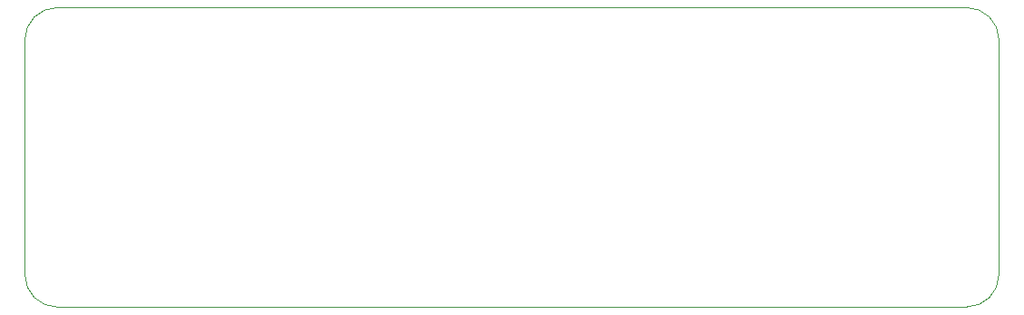
<source format=gm1>
G04 #@! TF.GenerationSoftware,KiCad,Pcbnew,7.0.9-1.fc38*
G04 #@! TF.CreationDate,2023-11-15T09:02:08+02:00*
G04 #@! TF.ProjectId,transceiver_board,7472616e-7363-4656-9976-65725f626f61,rev?*
G04 #@! TF.SameCoordinates,Original*
G04 #@! TF.FileFunction,Profile,NP*
%FSLAX46Y46*%
G04 Gerber Fmt 4.6, Leading zero omitted, Abs format (unit mm)*
G04 Created by KiCad (PCBNEW 7.0.9-1.fc38) date 2023-11-15 09:02:08*
%MOMM*%
%LPD*%
G01*
G04 APERTURE LIST*
G04 #@! TA.AperFunction,Profile*
%ADD10C,0.100000*%
G04 #@! TD*
G04 APERTURE END LIST*
D10*
X186000000Y-82000000D02*
G75*
G03*
X183000000Y-79000000I-3000000J0D01*
G01*
X186000000Y-82000000D02*
X186000000Y-104000000D01*
X183000000Y-107000000D02*
G75*
G03*
X186000000Y-104000000I0J3000000D01*
G01*
X183000000Y-107000000D02*
X98000000Y-107000000D01*
X98000000Y-79000000D02*
X183000000Y-79000000D01*
X95000000Y-104000000D02*
G75*
G03*
X98000000Y-107000000I3000000J0D01*
G01*
X95000000Y-104000000D02*
X95000000Y-82000000D01*
X98000000Y-79000000D02*
G75*
G03*
X95000000Y-82000000I0J-3000000D01*
G01*
M02*

</source>
